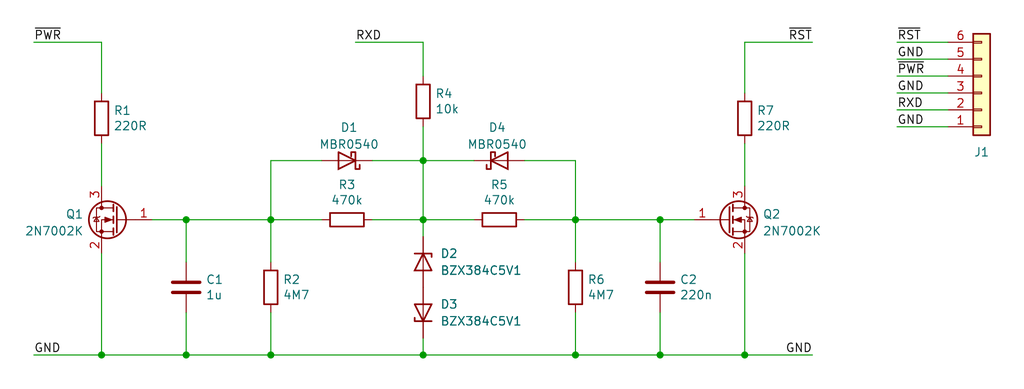
<source format=kicad_sch>
(kicad_sch (version 20230121) (generator eeschema)
  (paper "User" 153.67 58.42)
  (title_block (title "NoBMC") (date "2023-02-25") (rev "1.0"))
  (lib_symbols
    (symbol "Connector_Generic:Conn_01x06" (pin_names (offset 1.016) hide)
      (property "Reference" "J" (at 0 7.62 0))
      (property "Value" "Conn_01x06" (at 0 -10.16 0))
      (symbol "Conn_01x06_1_1"
        (rectangle (start -1.27 -7.493) (end 0 -7.747) (stroke (width 0.1524)))
        (rectangle (start -1.27 -4.953) (end 0 -5.207) (stroke (width 0.1524)))
        (rectangle (start -1.27 -2.413) (end 0 -2.667) (stroke (width 0.1524)))
        (rectangle (start -1.27 0.127) (end 0 -0.127) (stroke (width 0.1524)))
        (rectangle (start -1.27 2.667) (end 0 2.413) (stroke (width 0.1524)))
        (rectangle (start -1.27 5.207) (end 0 4.953) (stroke (width 0.1524)))
        (rectangle (start -1.27 6.35) (end 1.27 -8.89) (stroke (width 0.254)) (fill (type background)))
        (pin passive line (at -5.08 5.08 0) (length 3.81) (name "Pin_1") (number "1"))
        (pin passive line (at -5.08 2.54 0) (length 3.81) (name "Pin_2") (number "2"))
        (pin passive line (at -5.08 0 0) (length 3.81) (name "Pin_3") (number "3"))
        (pin passive line (at -5.08 -2.54 0) (length 3.81) (name "Pin_4") (number "4"))
        (pin passive line (at -5.08 -5.08 0) (length 3.81) (name "Pin_5") (number "5"))
        (pin passive line (at -5.08 -7.62 0) (length 3.81) (name "Pin_6") (number "6"))
      )
    )
    (symbol "Device:C" (pin_numbers hide) (pin_names (offset 0.254))
      (property "Reference" "C" (at 0.635 2.54 0))
      (property "Value" "C" (at 0.635 -2.54 0))
      (symbol "C_0_1"
        (polyline (pts (xy -2.032 -0.762) (xy 2.032 -0.762)) (stroke (width 0.508)))
        (polyline (pts (xy -2.032 0.762) (xy 2.032 0.762)) (stroke (width 0.508)))
      )
      (symbol "C_1_1"
        (pin passive line (at 0 3.81 270) (length 2.794) (name "~") (number "1"))
        (pin passive line (at 0 -3.81 90) (length 2.794) (name "~") (number "2"))
      )
    )
    (symbol "Device:R" (pin_numbers hide) (pin_names (offset 0))
      (property "Reference" "R" (at 2.032 0 90))
      (property "Value" "R" (at 0 0 90))
      (symbol "R_0_1"
        (rectangle (start -1.016 -2.54) (end 1.016 2.54) (stroke (width 0.254)))
      )
      (symbol "R_1_1"
        (pin passive line (at 0 3.81 270) (length 1.27) (name "~") (number "1"))
        (pin passive line (at 0 -3.81 90) (length 1.27) (name "~") (number "2"))
      )
    )
    (symbol "Diode:BZX384xxxx" (pin_numbers hide) (pin_names hide)
      (property "Reference" "D" (at 0 2.54 0))
      (property "Value" "BZX384xxxx" (at 0 -2.54 0))
      (symbol "BZX384xxxx_0_1"
        (polyline (pts (xy 1.27 0) (xy -1.27 0)))
        (polyline (pts (xy -1.27 -1.27) (xy -1.27 1.27) (xy -0.762 1.27)) (stroke (width 0.254)))
        (polyline (pts (xy 1.27 -1.27) (xy 1.27 1.27) (xy -1.27 0) (xy 1.27 -1.27)) (stroke (width 0.254)))
      )
      (symbol "BZX384xxxx_1_1"
        (pin passive line (at -3.81 0 0) (length 2.54) (name "K") (number "1"))
        (pin passive line (at 3.81 0 180) (length 2.54) (name "A") (number "2"))
      )
    )
    (symbol "Diode:MBR0540" (pin_numbers hide) (pin_names (offset 1.016) hide)
      (property "Reference" "D" (at 0 2.54 0))
      (property "Value" "MBR0540" (at 0 -2.54 0))
      (symbol "MBR0540_0_1"
        (polyline (pts (xy 1.27 0) (xy -1.27 0)))
        (polyline (pts (xy 1.27 1.27) (xy 1.27 -1.27) (xy -1.27 0) (xy 1.27 1.27)) (stroke (width 0.254)))
        (polyline (pts (xy -1.905 0.635) (xy -1.905 1.27) (xy -1.27 1.27) (xy -1.27 -1.27) (xy -0.635 -1.27) (xy -0.635 -0.635)) (stroke (width 0.254)))
      )
      (symbol "MBR0540_1_1"
        (pin passive line (at -3.81 0 0) (length 2.54) (name "K") (number "1"))
        (pin passive line (at 3.81 0 180) (length 2.54) (name "A") (number "2"))
      )
    )
    (symbol "Transistor_FET:2N7002K" (pin_names hide)
      (property "Reference" "Q" (at 5.08 1.905 0))
      (property "Value" "2N7002K" (at 5.08 0 0))
      (symbol "2N7002K_0_1"
        (polyline (pts (xy 0.254 0) (xy -2.54 0)))
        (polyline (pts (xy 0.254 1.905) (xy 0.254 -1.905)) (stroke (width 0.254)))
        (polyline (pts (xy 0.762 -1.27) (xy 0.762 -2.286)) (stroke (width 0.254)))
        (polyline (pts (xy 0.762 0.508) (xy 0.762 -0.508)) (stroke (width 0.254)))
        (polyline (pts (xy 0.762 2.286) (xy 0.762 1.27)) (stroke (width 0.254)))
        (polyline (pts (xy 2.54 2.54) (xy 2.54 1.778)))
        (polyline (pts (xy 2.54 -2.54) (xy 2.54 0) (xy 0.762 0)))
        (polyline (pts (xy 0.762 -1.778) (xy 3.302 -1.778) (xy 3.302 1.778) (xy 0.762 1.778)))
        (polyline (pts (xy 1.016 0) (xy 2.032 0.381) (xy 2.032 -0.381) (xy 1.016 0)) (fill (type outline)))
        (polyline (pts (xy 2.794 0.508) (xy 2.921 0.381) (xy 3.683 0.381) (xy 3.81 0.254)))
        (polyline (pts (xy 3.302 0.381) (xy 2.921 -0.254) (xy 3.683 -0.254) (xy 3.302 0.381)))
        (circle (center 1.651 0) (radius 2.794) (stroke (width 0.254)))
        (circle (center 2.54 -1.778) (radius 0.254) (fill (type outline)))
        (circle (center 2.54 1.778) (radius 0.254) (fill (type outline)))
      )
      (symbol "2N7002K_1_1"
        (pin input line (at -5.08 0 0) (length 2.54) (name "G") (number "1"))
        (pin passive line (at 2.54 -5.08 90) (length 2.54) (name "S") (number "2"))
        (pin passive line (at 2.54 5.08 270) (length 2.54) (name "D") (number "3"))
      )
    )
  )
  (junction (at 86.36 53.34))
  (junction (at 15.24 53.34))
  (junction (at 63.5 33.02))
  (junction (at 27.94 33.02))
  (junction (at 40.64 53.34))
  (junction (at 99.06 33.02))
  (junction (at 99.06 53.34))
  (junction (at 63.5 53.34))
  (junction (at 63.5 24.13))
  (junction (at 111.76 53.34))
  (junction (at 40.64 33.02))
  (junction (at 27.94 53.34))
  (junction (at 86.36 33.02))
  (wire (pts (xy 15.24 6.35) (xy 15.24 13.97)))
  (wire (pts (xy 63.5 33.02) (xy 71.12 33.02)))
  (wire (pts (xy 78.74 24.13) (xy 86.36 24.13)))
  (wire (pts (xy 134.62 6.35) (xy 142.24 6.35)))
  (wire (pts (xy 40.64 46.99) (xy 40.64 53.34)))
  (wire (pts (xy 86.36 24.13) (xy 86.36 33.02)))
  (wire (pts (xy 86.36 53.34) (xy 99.06 53.34)))
  (wire (pts (xy 15.24 21.59) (xy 15.24 27.94)))
  (wire (pts (xy 63.5 19.05) (xy 63.5 24.13)))
  (wire (pts (xy 40.64 33.02) (xy 48.26 33.02)))
  (wire (pts (xy 27.94 53.34) (xy 40.64 53.34)))
  (wire (pts (xy 134.62 19.05) (xy 142.24 19.05)))
  (wire (pts (xy 134.62 13.97) (xy 142.24 13.97)))
  (wire (pts (xy 78.74 33.02) (xy 86.36 33.02)))
  (wire (pts (xy 15.24 53.34) (xy 27.94 53.34)))
  (wire (pts (xy 63.5 11.43) (xy 63.5 6.35)))
  (wire (pts (xy 63.5 33.02) (xy 63.5 24.13)))
  (wire (pts (xy 111.76 53.34) (xy 121.92 53.34)))
  (wire (pts (xy 40.64 33.02) (xy 40.64 39.37)))
  (wire (pts (xy 15.24 38.1) (xy 15.24 53.34)))
  (wire (pts (xy 99.06 33.02) (xy 104.14 33.02)))
  (wire (pts (xy 63.5 24.13) (xy 71.12 24.13)))
  (wire (pts (xy 99.06 39.37) (xy 99.06 33.02)))
  (wire (pts (xy 22.86 33.02) (xy 27.94 33.02)))
  (wire (pts (xy 40.64 24.13) (xy 48.26 24.13)))
  (wire (pts (xy 63.5 50.8) (xy 63.5 53.34)))
  (wire (pts (xy 111.76 38.1) (xy 111.76 53.34)))
  (wire (pts (xy 55.88 24.13) (xy 63.5 24.13)))
  (wire (pts (xy 86.36 46.99) (xy 86.36 53.34)))
  (wire (pts (xy 63.5 53.34) (xy 86.36 53.34)))
  (wire (pts (xy 134.62 8.89) (xy 142.24 8.89)))
  (wire (pts (xy 63.5 6.35) (xy 53.34 6.35)))
  (wire (pts (xy 5.08 53.34) (xy 15.24 53.34)))
  (wire (pts (xy 134.62 11.43) (xy 142.24 11.43)))
  (wire (pts (xy 111.76 6.35) (xy 111.76 13.97)))
  (wire (pts (xy 134.62 16.51) (xy 142.24 16.51)))
  (wire (pts (xy 27.94 39.37) (xy 27.94 33.02)))
  (wire (pts (xy 86.36 33.02) (xy 99.06 33.02)))
  (wire (pts (xy 86.36 33.02) (xy 86.36 39.37)))
  (wire (pts (xy 55.88 33.02) (xy 63.5 33.02)))
  (wire (pts (xy 15.24 6.35) (xy 5.08 6.35)))
  (wire (pts (xy 99.06 46.99) (xy 99.06 53.34)))
  (wire (pts (xy 40.64 33.02) (xy 40.64 24.13)))
  (wire (pts (xy 27.94 46.99) (xy 27.94 53.34)))
  (wire (pts (xy 111.76 6.35) (xy 121.92 6.35)))
  (wire (pts (xy 99.06 53.34) (xy 111.76 53.34)))
  (wire (pts (xy 40.64 53.34) (xy 63.5 53.34)))
  (wire (pts (xy 63.5 33.02) (xy 63.5 35.56)))
  (wire (pts (xy 27.94 33.02) (xy 40.64 33.02)))
  (wire (pts (xy 111.76 21.59) (xy 111.76 27.94)))
  (label "~{RST}" (at 134.62 6.35 0))
  (label "GND" (at 121.92 53.34 180))
  (label "GND" (at 134.62 19.05 0))
  (label "~{PWR}" (at 5.08 6.35 0))
  (label "~{RST}" (at 121.92 6.35 180))
  (label "GND" (at 5.08 53.34 0))
  (label "GND" (at 134.62 8.89 0))
  (label "RXD" (at 53.34 6.35 0))
  (label "~{PWR}" (at 134.62 11.43 0))
  (label "RXD" (at 134.62 16.51 0))
  (label "GND" (at 134.62 13.97 0))
  (symbol (lib_id "Diode:BZX384xxxx") (at 63.5 39.37 270) (unit 1)
    (property "Reference" "D2" (at 66.04 38.1 90) (effects (justify left)))
    (property "Value" "BZX384C5V1" (at 66.04 40.64 90) (effects (justify left)))
    (property "Footprint" "Diode_SMD:D_SOD-323" (effects hide))
    (property "Datasheet" "https://www.vishay.com/docs/85764/bzx384.pdf" (effects hide))
  )
  (symbol (lib_id "Diode:BZX384xxxx") (at 63.5 46.99 90) (unit 1)
    (property "Reference" "D3" (at 66.04 45.72 90) (effects (justify right)))
    (property "Value" "BZX384C5V1" (at 66.04 48.26 90) (effects (justify right)))
    (property "Footprint" "Diode_SMD:D_SOD-323" (effects hide))
    (property "Datasheet" "https://www.vishay.com/docs/85764/bzx384.pdf" (effects hide))
  )
  (symbol (lib_id "Device:R") (at 63.5 15.24 0) (unit 1)
    (property "Reference" "R4" (at 65.278 14.0716 0) (effects (justify left)))
    (property "Value" "10k" (at 65.278 16.383 0) (effects (justify left)))
    (property "Footprint" "Resistor_SMD:R_0603_1608Metric" (effects hide))
  )
  (symbol (lib_id "Device:R") (at 74.93 33.02 270) (unit 1)
    (property "Reference" "R5" (at 74.93 27.7622 90))
    (property "Value" "470k" (at 74.93 30.0736 90))
    (property "Footprint" "Resistor_SMD:R_0603_1608Metric" (effects hide))
  )
  (symbol (lib_id "Device:R") (at 86.36 43.18 0) (unit 1)
    (property "Reference" "R6" (at 88.138 42.0116 0) (effects (justify left)))
    (property "Value" "4M7" (at 88.138 44.323 0) (effects (justify left)))
    (property "Footprint" "Resistor_SMD:R_0603_1608Metric" (effects hide))
  )
  (symbol (lib_id "Device:R") (at 111.76 17.78 0) (unit 1)
    (property "Reference" "R7" (at 113.538 16.6116 0) (effects (justify left)))
    (property "Value" "220R" (at 113.538 18.923 0) (effects (justify left)))
    (property "Footprint" "Resistor_SMD:R_0603_1608Metric" (effects hide))
  )
  (symbol (lib_id "Device:C") (at 99.06 43.18 0) (unit 1)
    (property "Reference" "C2" (at 101.981 42.0116 0) (effects (justify left)))
    (property "Value" "220n" (at 101.981 44.323 0) (effects (justify left)))
    (property "Footprint" "Capacitor_SMD:C_0805_2012Metric" (effects hide))
  )
  (symbol (lib_id "Device:R") (at 52.07 33.02 270) (unit 1)
    (property "Reference" "R3" (at 52.07 27.7622 90))
    (property "Value" "470k" (at 52.07 30.0736 90))
    (property "Footprint" "Resistor_SMD:R_0603_1608Metric" (effects hide))
  )
  (symbol (lib_id "Device:R") (at 40.64 43.18 0) (unit 1)
    (property "Reference" "R2" (at 42.418 42.0116 0) (effects (justify left)))
    (property "Value" "4M7" (at 42.418 44.323 0) (effects (justify left)))
    (property "Footprint" "Resistor_SMD:R_0603_1608Metric" (effects hide))
  )
  (symbol (lib_id "Device:C") (at 27.94 43.18 0) (unit 1)
    (property "Reference" "C1" (at 30.861 42.0116 0) (effects (justify left)))
    (property "Value" "1u" (at 30.861 44.323 0) (effects (justify left)))
    (property "Footprint" "Capacitor_SMD:C_0805_2012Metric" (effects hide))
  )
  (symbol (lib_id "Device:R") (at 15.24 17.78 0) (unit 1)
    (property "Reference" "R1" (at 17.018 16.6116 0) (effects (justify left)))
    (property "Value" "220R" (at 17.018 18.923 0) (effects (justify left)))
    (property "Footprint" "Resistor_SMD:R_0603_1608Metric" (effects hide))
  )
  (symbol (lib_id "Connector_Generic:Conn_01x06") (at 147.32 13.97 0) (mirror x) (unit 1)
    (property "Reference" "J1" (at 147.32 22.86 0))
    (property "Value" "Conn_01x06" (effects hide))
    (property "Footprint" "Connector_PinHeader_2.54mm:PinHeader_1x06_P2.54mm_Horizontal" (effects hide))
  )
  (symbol (lib_id "Transistor_FET:2N7002K") (at 109.22 33.02 0) (unit 1)
    (property "Reference" "Q2" (at 114.427 32.1853 0) (effects (justify left)))
    (property "Value" "2N7002K" (at 114.427 34.7222 0) (effects (justify left)))
    (property "Footprint" "Package_TO_SOT_SMD:SOT-23" (effects hide))
    (property "Datasheet" "https://www.diodes.com/assets/Datasheets/ds30896.pdf" (effects hide))
  )
  (symbol (lib_id "Diode:MBR0540") (at 52.07 24.13 180) (unit 1)
    (property "Reference" "D1" (at 52.3875 19.1602 0))
    (property "Value" "MBR0540" (at 52.3875 21.6971 0))
    (property "Footprint" "Diode_SMD:D_SOD-123" (effects hide))
    (property "Datasheet" "http://www.mccsemi.com/up_pdf/MBR0520~MBR0580(SOD123).pdf" (effects hide))
  )
  (symbol (lib_id "Diode:MBR0540") (at 74.93 24.13 0) (mirror x) (unit 1)
    (property "Reference" "D4" (at 74.6125 19.1602 0))
    (property "Value" "MBR0540" (at 74.6125 21.6971 0))
    (property "Footprint" "Diode_SMD:D_SOD-123" (effects hide))
    (property "Datasheet" "http://www.mccsemi.com/up_pdf/MBR0520~MBR0580(SOD123).pdf" (effects hide))
  )
  (symbol (lib_id "Transistor_FET:2N7002K") (at 17.78 33.02 0) (mirror y) (unit 1)
    (property "Reference" "Q1" (at 12.5731 32.1853 0) (effects (justify left)))
    (property "Value" "2N7002K" (at 12.5731 34.7222 0) (effects (justify left)))
    (property "Footprint" "Package_TO_SOT_SMD:SOT-23" (effects hide))
    (property "Datasheet" "https://www.diodes.com/assets/Datasheets/ds30896.pdf" (effects hide))
  )
)
</source>
